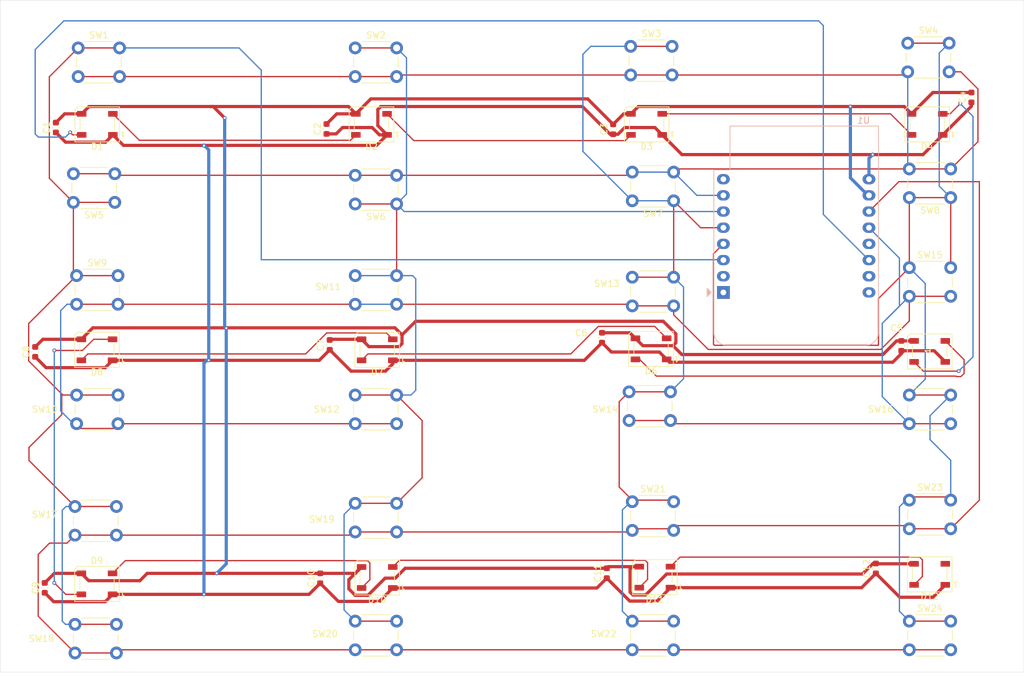
<source format=kicad_pcb>
(kicad_pcb (version 20241229) (generator "pcbnew") (generator_version "9.0")
  (layers (0 "F.Cu" signal) (2 "B.Cu" signal) (13 "F.Paste" user) (15 "B.Paste" user) (5 "F.SilkS" user "F.Silkscreen") (7 "B.SilkS" user "B.Silkscreen") (1 "F.Mask" user) (3 "B.Mask" user) (25 "Edge.Cuts" user))
  (net 0 "")
  (net 1 "VCC")
  (net 2 "Net-(D1-DIN)")
  (net 3 "GND")
  (net 4 "Net-(D3-DOUT)")
  (net 5 "Net-(D4-DOUT)")
  (net 6 "Net-(D5-DOUT)")
  (net 7 "Net-(D7-DOUT)")
  (net 8 "Net-(D10-DOUT)")
  (net 9 "Net-(D10-DIN)")
  (net 10 "Net-(D11-DOUT)")
  (net 14 "/MUL_ROW_2")
  (net 15 "/MUL_ROW_1")
  (net 16 "/MUL_COL_1")
  (net 18 "/MUL_COL_2")
  (net 21 "/MUL_COL_0")
  (net 22 "/MUL_COL_3")
  (net 23 "VDD")
  (net 24 "/MUL_ROW_0")
  (net 25 "Net-(D8-DOUT)")
  (net 26 "Net-(D6-DOUT)")
  (net 27 "Net-(D1-DOUT)")
  (net 28 "Net-(D2-DOUT)")
  (footprint "LED_SMD:LED_WS2812B_PLCC4_5.0x5.0mm_P3.2mm" (layer "F.Cu") (at 148.45 115.15 180)
    (property "Reference" "D10")
    (property "Value" "WS2812B" (hide yes))
  )
  (footprint "LED_SMD:LED_WS2812B_PLCC4_5.0x5.0mm_P3.2mm" (layer "F.Cu") (at 148.45 79.4 180)
    (property "Reference" "D7")
    (property "Value" "WS2812B" (hide yes))
  )
  (footprint "Button_Switch_THT:SW_PUSH_6mm" (layer "F.Cu") (at 232 86.5)
    (property "Reference" "SW16")
    (property "Value" "SW_Push" (hide yes))
  )
  (footprint "Capacitor_SMD:C_0603_1608Metric" (layer "F.Cu") (at 183.75 77.5 90)
    (property "Reference" "C6")
    (property "Value" "104" (hide yes))
  )
  (footprint "LED_SMD:LED_WS2812B_PLCC4_5.0x5.0mm_P3.2mm" (layer "F.Cu") (at 104.5 44 180)
    (property "Reference" "D1")
    (property "Value" "WS2812B" (hide yes))
  )
  (footprint "Capacitor_SMD:C_0603_1608Metric" (layer "F.Cu") (at 230.75 78.775 90)
    (property "Reference" "C5")
    (property "Value" "104" (hide yes))
  )
  (footprint "Button_Switch_THT:SW_PUSH_6mm" (layer "F.Cu") (at 101 104)
    (property "Reference" "SW17")
    (property "Value" "SW_Push" (hide yes))
  )
  (footprint "Capacitor_SMD:C_0603_1608Metric" (layer "F.Cu") (at 241.75 39.775 90)
    (property "Reference" "C4")
    (property "Value" "104")
  )
  (footprint "LED_SMD:LED_WS2812B_PLCC4_5.0x5.0mm_P3.2mm" (layer "F.Cu") (at 104.45 116.15 180)
    (property "Reference" "D9")
    (property "Value" "WS2812B" (hide yes))
  )
  (footprint "Button_Switch_THT:SW_PUSH_6mm" (layer "F.Cu") (at 145 67.75)
    (property "Reference" "SW11")
    (property "Value" "SW_Push" (hide yes))
  )
  (footprint "Button_Switch_THT:SW_PUSH_6mm" (layer "F.Cu") (at 145 86.5)
    (property "Reference" "SW12")
    (property "Value" "SW_Push" (hide yes))
  )
  (footprint "LED_SMD:LED_WS2812B_PLCC4_5.0x5.0mm_P3.2mm" (layer "F.Cu") (at 235.2 114.65 180)
    (property "Reference" "D12")
    (property "Value" "WS2812B" (hide yes))
  )
  (footprint "Button_Switch_THT:SW_PUSH_6mm" (layer "F.Cu") (at 101.25 86.5)
    (property "Reference" "SW10")
    (property "Value" "SW_Push")
  )
  (footprint "LED_SMD:LED_WS2812B_PLCC4_5.0x5.0mm_P3.2mm" (layer "F.Cu") (at 235.2 79.65 180)
    (property "Reference" "D5" (hide yes))
    (property "Value" "WS2812B" (hide yes))
  )
  (footprint "Button_Switch_THT:SW_PUSH_6mm" (layer "F.Cu") (at 188.25 31.75)
    (property "Reference" "SW3")
    (property "Value" "SW_Push" (hide yes))
  )
  (footprint "Button_Switch_THT:SW_PUSH_6mm" (layer "F.Cu") (at 232 66.5)
    (property "Reference" "SW15")
    (property "Value" "SW_Push" (hide yes))
  )
  (footprint "Button_Switch_THT:SW_PUSH_6mm" (layer "F.Cu") (at 145 103.5)
    (property "Reference" "SW19")
    (property "Value" "SW_Push" (hide yes))
  )
  (footprint "Button_Switch_THT:SW_PUSH_6mm" (layer "F.Cu") (at 188.5 68)
    (property "Reference" "SW13")
    (property "Value" "SW_Push")
  )
  (footprint "Capacitor_SMD:C_0603_1608Metric" (layer "F.Cu") (at 94.75 79.725 90)
    (property "Reference" "C8")
    (property "Value" "104")
  )
  (footprint "Capacitor_SMD:C_0603_1608Metric" (layer "F.Cu") (at 185.5 44.775 90)
    (property "Reference" "C3")
    (property "Value" "104")
  )
  (footprint "Capacitor_SMD:C_0603_1608Metric" (layer "F.Cu") (at 98 44.5 90)
    (property "Reference" "C1")
    (property "Value" "104")
  )
  (footprint "Button_Switch_THT:SW_PUSH_6mm" (layer "F.Cu") (at 232 103)
    (property "Reference" "SW23")
    (property "Value" "SW_Push" (hide yes))
  )
  (footprint "Button_Switch_THT:SW_PUSH_6mm" (layer "F.Cu") (at 145 122)
    (property "Reference" "SW20")
    (property "Value" "SW_Push" (hide yes))
  )
  (footprint "Button_Switch_THT:SW_PUSH_6mm" (layer "F.Cu") (at 188.5 122)
    (property "Reference" "SW22")
    (property "Value" "SW_Push" (hide yes))
  )
  (footprint "Capacitor_SMD:C_0603_1608Metric" (layer "F.Cu") (at 141 78.625 90)
    (property "Reference" "C7")
    (property "Value" "104")
  )
  (footprint "Button_Switch_THT:SW_PUSH_6mm" (layer "F.Cu") (at 188 86)
    (property "Reference" "SW14")
    (property "Value" "SW_Push")
  )
  (footprint "Button_Switch_THT:SW_PUSH_6mm" (layer "F.Cu") (at 231.75 31.25)
    (property "Reference" "SW4")
    (property "Value" "SW_Push" (hide yes))
  )
  (footprint "Capacitor_SMD:C_0603_1608Metric" (layer "F.Cu") (at 226.75 113.725 90)
    (property "Reference" "C12")
    (property "Value" "104")
  )
  (footprint "Button_Switch_THT:SW_PUSH_6mm" (layer "F.Cu") (at 101.25 67.75)
    (property "Reference" "SW9")
    (property "Value" "SW_Push" (hide yes))
  )
  (footprint "Button_Switch_THT:SW_PUSH_6mm" (layer "F.Cu") (at 107.25 56.25 180)
    (property "Reference" "SW5")
    (property "Value" "SW_Push" (hide yes))
  )
  (footprint "Capacitor_SMD:C_0603_1608Metric" (layer "F.Cu") (at 139.5 115.275 90)
    (property "Reference" "C10")
    (property "Value" "104")
  )
  (footprint "LED_SMD:LED_WS2812B_PLCC4_5.0x5.0mm_P3.2mm" (layer "F.Cu") (at 234.8 44 180)
    (property "Reference" "D4")
    (property "Value" "WS2812B" (hide yes))
  )
  (footprint "LED_SMD:LED_WS2812B_PLCC4_5.0x5.0mm_P3.2mm" (layer "F.Cu") (at 192.05 115.1 180)
    (property "Reference" "D11")
    (property "Value" "WS2812B" (hide yes))
  )
  (footprint "Button_Switch_THT:SW_PUSH_6mm" (layer "F.Cu") (at 145 32)
    (property "Reference" "SW2")
    (property "Value" "SW_Push" (hide yes))
  )
  (footprint "Capacitor_SMD:C_0603_1608Metric" (layer "F.Cu") (at 96.25 116.775 90)
    (property "Reference" "C9")
    (property "Value" "104")
  )
  (footprint "Button_Switch_THT:SW_PUSH_6mm" (layer "F.Cu") (at 232 122)
    (property "Reference" "SW24")
    (property "Value" "SW_Push" (hide yes))
  )
  (footprint "Button_Switch_THT:SW_PUSH_6mm" (layer "F.Cu") (at 238.5 55.5 180)
    (property "Reference" "SW8")
    (property "Value" "SW_Push" (hide yes))
  )
  (footprint "Capacitor_SMD:C_0603_1608Metric" (layer "F.Cu") (at 184.5 114.475 90)
    (property "Reference" "C11")
    (property "Value" "104")
  )
  (footprint "LED_SMD:LED_WS2812B_PLCC4_5.0x5.0mm_P3.2mm" (layer "F.Cu") (at 104.45 79.4 180)
    (property "Reference" "D8")
    (property "Value" "WS2812B" (hide yes))
  )
  (footprint "Button_Switch_THT:SW_PUSH_6mm" (layer "F.Cu") (at 151.5 56.5 180)
    (property "Reference" "SW6")
    (property "Value" "SW_Push" (hide yes))
  )
  (footprint "Button_Switch_THT:SW_PUSH_6mm" (layer "F.Cu") (at 188.5 103.25)
    (property "Reference" "SW21")
    (property "Value" "SW_Push" (hide yes))
  )
  (footprint "Capacitor_SMD:C_0603_1608Metric" (layer "F.Cu") (at 140.5 44.725 90)
    (property "Reference" "C2")
    (property "Value" "104")
  )
  (footprint "LED_SMD:LED_WS2812B_PLCC4_5.0x5.0mm_P3.2mm" (layer "F.Cu") (at 190.75 44 180)
    (property "Reference" "D3")
    (property "Value" "WS2812B" (hide yes))
  )
  (footprint "Button_Switch_THT:SW_PUSH_6mm" (layer "F.Cu") (at 195 56 180)
    (property "Reference" "SW7")
    (property "Value" "SW_Push" (hide yes))
  )
  (footprint "LED_SMD:LED_WS2812B_PLCC4_5.0x5.0mm_P3.2mm" (layer "F.Cu") (at 191.45 79.25 180)
    (property "Reference" "D6")
    (property "Value" "WS2812B")
  )
  (footprint "Button_Switch_THT:SW_PUSH_6mm" (layer "F.Cu") (at 101 122.5)
    (property "Reference" "SW18")
    (property "Value" "SW_Push" (hide yes))
  )
  (footprint "Button_Switch_THT:SW_PUSH_6mm" (layer "F.Cu") (at 101.5 32)
    (property "Reference" "SW1")
    (property "Value" "SW_Push" (hide yes))
  )
  (footprint "LED_SMD:LED_WS2812B_PLCC4_5.0x5.0mm_P3.2mm" (layer "F.Cu") (at 147.55 44 180)
    (property "Reference" "D2")
    (property "Value" "WS2812B" (hide yes))
  )
  (footprint "RF_Module:WEMOS_D1_mini_light" (layer "B.Cu") (at 202.805 70.39)
    (property "Reference" "U1")
    (property "Value" "WEMOS_D1_mini")
  )
  (gr_rect (start 89.25 24.5) (end 250 130) (stroke (width 0.05)) (fill no) (layer "Edge.Cuts"))
  (segment (start 108.602 47.302) (end 148.348 47.302) (width 0.5) (layer "F.Cu") (net 1))
  (segment (start 180.975 81.05) (end 150.9 81.05) (width 0.5) (layer "F.Cu") (net 1))
  (segment (start 235.9 79.55) (end 237.65 81.3) (width 0.5) (layer "F.Cu") (net 1))
  (segment (start 193.2 45.65) (end 192.049 44.499) (width 0.5) (layer "F.Cu") (net 1))
  (segment (start 150 45.65) (end 148.549 44.199) (width 0.5) (layer "F.Cu") (net 1))
  (segment (start 229.400001 81.349999) (end 194.349999 81.349999) (width 0.5) (layer "F.Cu") (net 1))
  (segment (start 180.674 41.199) (end 185.025 45.55) (width 0.5) (layer "F.Cu") (net 1))
  (segment (start 185.025 45.55) (end 185.5 45.55) (width 0.5) (layer "F.Cu") (net 1))
  (segment (start 150.9 81.6) (end 150.9 81.05) (width 0.5) (layer "F.Cu") (net 1))
  (segment (start 192.398 118.852) (end 188.102 118.852) (width 0.5) (layer "F.Cu") (net 1))
  (segment (start 149.75 82.75) (end 150.9 81.6) (width 0.5) (layer "F.Cu") (net 1))
  (segment (start 229.400001 81.349999) (end 230.75 80) (width 0.5) (layer "F.Cu") (net 1))
  (segment (start 147.654082 44.499) (end 148.805082 45.65) (width 0.5) (layer "F.Cu") (net 1))
  (segment (start 106.9 81.05) (end 105.749 82.201) (width 0.5) (layer "F.Cu") (net 1))
  (segment (start 139.35 81.05) (end 141 79.4) (width 0.5) (layer "F.Cu") (net 1))
  (segment (start 106.9 81.05) (end 122 81.05) (width 0.5) (layer "F.Cu") (net 1))
  (segment (start 97.651 118.951) (end 105.749 118.951) (width 0.5) (layer "F.Cu") (net 1))
  (segment (start 150.9 116.8) (end 182.95 116.8) (width 0.5) (layer "F.Cu") (net 1))
  (segment (start 226.25 48.75) (end 196.3 48.75) (width 0.5) (layer "F.Cu") (net 1))
  (segment (start 185.224 79.749) (end 183.75 78.275) (width 0.5) (layer "F.Cu") (net 1))
  (segment (start 142.352 118.902) (end 139.5 116.05) (width 0.5) (layer "F.Cu") (net 1))
  (segment (start 194.5 116.75) (end 192.398 118.852) (width 0.5) (layer "F.Cu") (net 1))
  (segment (start 139.5 116.05) (end 137.75 117.8) (width 0.5) (layer "F.Cu") (net 1))
  (segment (start 234.15 48.75) (end 226.25 48.75) (width 0.5) (layer "F.Cu") (net 1))
  (segment (start 105.799 46.801) (end 99.526 46.801) (width 0.5) (layer "F.Cu") (net 1))
  (segment (start 188.102 118.852) (end 184.5 115.25) (width 0.5) (layer "F.Cu") (net 1))
  (segment (start 122 81.05) (end 139.35 81.05) (width 0.5) (layer "F.Cu") (net 1))
  (segment (start 230.75 80) (end 230.75 79.55) (width 0.5) (layer "F.Cu") (net 1))
  (segment (start 192.749 79.749) (end 185.224 79.749) (width 0.5) (layer "F.Cu") (net 1))
  (segment (start 230.5 118.25) (end 226.75 114.5) (width 0.5) (layer "F.Cu") (net 1))
  (segment (start 194.5 116.75) (end 224.5 116.75) (width 0.5) (layer "F.Cu") (net 1))
  (segment (start 196.3 48.75) (end 193.2 45.65) (width 0.5) (layer "F.Cu") (net 1))
  (segment (start 137.75 117.8) (end 121.25 117.8) (width 0.5) (layer "F.Cu") (net 1))
  (segment (start 235.7 118.25) (end 230.5 118.25) (width 0.5) (layer "F.Cu") (net 1))
  (segment (start 230.75 79.55) (end 235.9 79.55) (width 0.5) (layer "F.Cu") (net 1))
  (segment (start 182.95 116.8) (end 184.5 115.25) (width 0.5) (layer "F.Cu") (net 1))
  (segment (start 106.9 117.8) (end 121.25 117.8) (width 0.5) (layer "F.Cu") (net 1))
  (segment (start 186.258864 45.55) (end 185.5 45.55) (width 0.5) (layer "F.Cu") (net 1))
  (segment (start 150.9 116.8) (end 148.798 118.902) (width 0.5) (layer "F.Cu") (net 1))
  (segment (start 237.65 116.3) (end 235.7 118.25) (width 0.5) (layer "F.Cu") (net 1))
  (segment (start 194.349999 81.349999) (end 193.9 80.9) (width 0.5) (layer "F.Cu") (net 1))
  (segment (start 148.798 118.902) (end 142.352 118.902) (width 0.5) (layer "F.Cu") (net 1))
  (segment (start 106.95 45.65) (end 108.602 47.302) (width 0.5) (layer "F.Cu") (net 1))
  (segment (start 224.5 116.75) (end 226.75 114.5) (width 0.5) (layer "F.Cu") (net 1))
  (segment (start 106.95 45.65) (end 105.799 46.801) (width 0.5) (layer "F.Cu") (net 1))
  (segment (start 148.805082 45.65) (end 150 45.65) (width 0.5) (layer "F.Cu") (net 1))
  (segment (start 148.549 41.659864) (end 149.009864 41.199) (width 0.5) (layer "F.Cu") (net 1))
  (segment (start 193.9 80.9) (end 192.749 79.749) (width 0.5) (layer "F.Cu") (net 1))
  (segment (start 241.75 41.15) (end 237.25 45.65) (width 0.5) (layer "F.Cu") (net 1))
  (segment (start 187.309864 44.499) (end 186.258864 45.55) (width 0.5) (layer "F.Cu") (net 1))
  (segment (start 96.25 117.55) (end 97.651 118.951) (width 0.5) (layer "F.Cu") (net 1))
  (segment (start 105.749 82.201) (end 96.451 82.201) (width 0.5) (layer "F.Cu") (net 1))
  (segment (start 142 45.5) (end 143.001 44.499) (width 0.5) (layer "F.Cu") (net 1))
  (segment (start 149.009864 41.199) (end 180.674 41.199) (width 0.5) (layer "F.Cu") (net 1))
  (segment (start 148.348 47.302) (end 150 45.65) (width 0.5) (layer "F.Cu") (net 1))
  (segment (start 144.35 82.75) (end 149.75 82.75) (width 0.5) (layer "F.Cu") (net 1))
  (segment (start 105.749 118.951) (end 106.9 117.8) (width 0.5) (layer "F.Cu") (net 1))
  (segment (start 237.25 45.65) (end 234.15 48.75) (width 0.5) (layer "F.Cu") (net 1))
  (segment (start 241.75 40.55) (end 241.75 41.15) (width 0.5) (layer "F.Cu") (net 1))
  (segment (start 143.001 44.499) (end 147.654082 44.499) (width 0.5) (layer "F.Cu") (net 1))
  (segment (start 96.451 82.201) (end 94.75 80.5) (width 0.5) (layer "F.Cu") (net 1))
  (segment (start 183.75 78.275) (end 180.975 81.05) (width 0.5) (layer "F.Cu") (net 1))
  (segment (start 148.549 44.199) (end 148.549 41.659864) (width 0.5) (layer "F.Cu") (net 1))
  (segment (start 140.5 45.5) (end 142 45.5) (width 0.5) (layer "F.Cu") (net 1))
  (segment (start 99.526 46.801) (end 98 45.275) (width 0.5) (layer "F.Cu") (net 1))
  (segment (start 192.049 44.499) (end 187.309864 44.499) (width 0.5) (layer "F.Cu") (net 1))
  (segment (start 141 79.4) (end 144.35 82.75) (width 0.5) (layer "F.Cu") (net 1))
  (via (at 121.25 47.351) (size 0.6) (drill 0.3) (layers "F.Cu" "B.Cu") (net 1))
  (via (at 121.25 117.8) (size 0.6) (drill 0.3) (layers "F.Cu" "B.Cu") (net 1))
  (via (at 122 81.05) (size 0.6) (drill 0.3) (layers "F.Cu" "B.Cu") (net 1))
  (via (at 226.25 48.75) (size 0.6) (drill 0.3) (layers "F.Cu" "B.Cu") (net 1))
  (segment (start 121.25 81.5) (end 121.7 81.05) (width 0.5) (layer "B.Cu") (net 1))
  (segment (start 121.25 117.8) (end 121.25 81.5) (width 0.5) (layer "B.Cu") (net 1))
  (segment (start 122 81.05) (end 122 48) (width 0.5) (layer "B.Cu") (net 1))
  (segment (start 225.665 49.335) (end 226.25 48.75) (width 0.5) (layer "B.Cu") (net 1))
  (segment (start 225.665 52.61) (end 225.665 49.335) (width 0.5) (layer "B.Cu") (net 1))
  (segment (start 121.25 47.25) (end 121.25 47.351) (width 0.5) (layer "B.Cu") (net 1))
  (segment (start 122 48) (end 121.25 47.25) (width 0.5) (layer "B.Cu") (net 1))
  (segment (start 121.7 81.05) (end 122 81.05) (width 0.5) (layer "B.Cu") (net 1))
  (segment (start 102.05 45.65) (end 100.65 45.65) (width 0.2) (layer "F.Cu") (net 2))
  (segment (start 100.65 45.65) (end 100.25 45.25) (width 0.2) (layer "F.Cu") (net 2))
  (via (at 100.25 45.25) (size 0.6) (drill 0.3) (layers "F.Cu" "B.Cu") (net 2))
  (segment (start 218.5 28.5) (end 217.75 27.75) (width 0.2) (layer "B.Cu") (net 2))
  (segment (start 94.75 45.5) (end 95.25 46) (width 0.2) (layer "B.Cu") (net 2))
  (segment (start 95.25 46) (end 99.5 46) (width 0.2) (layer "B.Cu") (net 2))
  (segment (start 99.5 46) (end 100.25 45.25) (width 0.2) (layer "B.Cu") (net 2))
  (segment (start 225.665 65.31) (end 218.5 58.145) (width 0.2) (layer "B.Cu") (net 2))
  (segment (start 94.75 32.25) (end 94.75 45.5) (width 0.2) (layer "B.Cu") (net 2))
  (segment (start 99.25 27.75) (end 94.75 32.25) (width 0.2) (layer "B.Cu") (net 2))
  (segment (start 218.5 58.145) (end 218.5 28.5) (width 0.2) (layer "B.Cu") (net 2))
  (segment (start 217.75 27.75) (end 99.25 27.75) (width 0.2) (layer "B.Cu") (net 2))
  (segment (start 97.75 114.5) (end 96.25 116) (width 0.5) (layer "F.Cu") (net 3))
  (segment (start 181.5 40) (end 147.45 40) (width 0.5) (layer "F.Cu") (net 3))
  (segment (start 227.859 80.141) (end 196.280136 80.141) (width 0.5) (layer "F.Cu") (net 3))
  (segment (start 188.609864 117.901) (end 188.149 117.440136) (width 0.5) (layer "F.Cu") (net 3))
  (segment (start 235.7 39) (end 241.75 39) (width 0.5) (layer "F.Cu") (net 3))
  (segment (start 230 78) (end 227.859 80.141) (width 0.5) (layer "F.Cu") (net 3))
  (segment (start 232.75 78) (end 230.75 78) (width 0.5) (layer "F.Cu") (net 3))
  (segment (start 145.1 42.35) (end 142.1 42.35) (width 0.5) (layer "F.Cu") (net 3))
  (segment (start 139.5 114.5) (end 140 114.5) (width 0.5) (layer "F.Cu") (net 3))
  (segment (start 232.35 42.35) (end 231.199 41.199) (width 0.5) (layer "F.Cu") (net 3))
  (segment (start 190.590136 117.901) (end 188.609864 117.901) (width 0.5) (layer "F.Cu") (net 3))
  (segment (start 146.990136 117.951) (end 145.009864 117.951) (width 0.5) (layer "F.Cu") (net 3))
  (segment (start 231.199 41.199) (end 222.75 41.199) (width 0.5) (layer "F.Cu") (net 3))
  (segment (start 193.364136 74.923) (end 154.487864 74.923) (width 0.5) (layer "F.Cu") (net 3))
  (segment (start 189 77.6) (end 190.151 78.751) (width 0.5) (layer "F.Cu") (net 3))
  (segment (start 185.5 44) (end 181.5 40) (width 0.5) (layer "F.Cu") (net 3))
  (segment (start 195.351 78.290136) (end 195.351 76.909864) (width 0.5) (layer "F.Cu") (net 3))
  (segment (start 184.5 113.7) (end 152.841136 113.7) (width 0.5) (layer "F.Cu") (net 3))
  (segment (start 188.125 76.725) (end 183.75 76.725) (width 0.5) (layer "F.Cu") (net 3))
  (segment (start 103.802 75.948) (end 151.239136 75.948) (width 0.5) (layer "F.Cu") (net 3))
  (segment (start 189.6 113.45) (end 188.5 113.45) (width 0.5) (layer "F.Cu") (net 3))
  (segment (start 232.75 113) (end 226.8 113) (width 0.5) (layer "F.Cu") (net 3))
  (segment (start 154.487864 74.923) (end 152.351 77.059864) (width 0.5) (layer "F.Cu") (net 3))
  (segment (start 103.201 41.199) (end 122.25 41.199) (width 0.5) (layer "F.Cu") (net 3))
  (segment (start 226.8 113) (end 226.75 112.95) (width 0.5) (layer "F.Cu") (net 3))
  (segment (start 140 114.5) (end 123.25 114.5) (width 0.5) (layer "F.Cu") (net 3))
  (segment (start 143.949 41.199) (end 145.1 42.35) (width 0.5) (layer "F.Cu") (net 3))
  (segment (start 111.190136 115.651) (end 103.151 115.651) (width 0.5) (layer "F.Cu") (net 3))
  (segment (start 145.009864 117.951) (end 144 116.941136) (width 0.5) (layer "F.Cu") (net 3))
  (segment (start 188.149 113.801) (end 188.5 113.45) (width 0.5) (layer "F.Cu") (net 3))
  (segment (start 99.375 42.35) (end 98 43.725) (width 0.5) (layer "F.Cu") (net 3))
  (segment (start 102.05 42.35) (end 103.201 41.199) (width 0.5) (layer "F.Cu") (net 3))
  (segment (start 189 77.6) (end 188.125 76.725) (width 0.5) (layer "F.Cu") (net 3))
  (segment (start 230.75 78) (end 230 78) (width 0.5) (layer "F.Cu") (net 3))
  (segment (start 232.35 42.35) (end 235.7 39) (width 0.5) (layer "F.Cu") (net 3))
  (segment (start 151.291136 115.25) (end 149.691136 115.25) (width 0.5) (layer "F.Cu") (net 3))
  (segment (start 190.151 78.751) (end 194.890136 78.751) (width 0.5) (layer "F.Cu") (net 3))
  (segment (start 122.25 41.199) (end 143.949 41.199) (width 0.5) (layer "F.Cu") (net 3))
  (segment (start 112.341136 114.5) (end 111.190136 115.651) (width 0.5) (layer "F.Cu") (net 3))
  (segment (start 122.699 41.199) (end 124.5 43) (width 0.5) (layer "F.Cu") (net 3))
  (segment (start 194.890136 78.751) (end 195.351 78.290136) (width 0.5) (layer "F.Cu") (net 3))
  (segment (start 189.451 41.199) (end 188.3 42.35) (width 0.5) (layer "F.Cu") (net 3))
  (segment (start 102.05 42.35) (end 99.375 42.35) (width 0.5) (layer "F.Cu") (net 3))
  (segment (start 140 114.5) (end 145 114.5) (width 0.5) (layer "F.Cu") (net 3))
  (segment (start 152.351 78.440136) (end 151.890136 78.901) (width 0.5) (layer "F.Cu") (net 3))
  (segment (start 122.25 41.199) (end 122.699 41.199) (width 0.5) (layer "F.Cu") (net 3))
  (segment (start 144 116.941136) (end 144 115.5) (width 0.5) (layer "F.Cu") (net 3))
  (segment (start 146 77.75) (end 141.1 77.75) (width 0.5) (layer "F.Cu") (net 3))
  (segment (start 147.151 78.901) (end 146 77.75) (width 0.5) (layer "F.Cu") (net 3))
  (segment (start 187.15 42.35) (end 185.5 44) (width 0.5) (layer "F.Cu") (net 3))
  (segment (start 188.3 42.35) (end 187.15 42.35) (width 0.5) (layer "F.Cu") (net 3))
  (segment (start 195.351 76.909864) (end 193.364136 74.923) (width 0.5) (layer "F.Cu") (net 3))
  (segment (start 142.1 42.35) (end 140.5 43.95) (width 0.5) (layer "F.Cu") (net 3))
  (segment (start 196.280136 80.141) (end 194.890136 78.751) (width 0.5) (layer "F.Cu") (net 3))
  (segment (start 188.5 113.45) (end 184.75 113.45) (width 0.5) (layer "F.Cu") (net 3))
  (segment (start 123.25 114.5) (end 112.341136 114.5) (width 0.5) (layer "F.Cu") (net 3))
  (segment (start 184.75 113.45) (end 184.5 113.7) (width 0.5) (layer "F.Cu") (net 3))
  (segment (start 224.649 114.601) (end 193.890136 114.601) (width 0.5) (layer "F.Cu") (net 3))
  (segment (start 222.75 41.199) (end 189.451 41.199) (width 0.5) (layer "F.Cu") (net 3))
  (segment (start 95.95 77.75) (end 94.75 78.95) (width 0.5) (layer "F.Cu") (net 3))
  (segment (start 102 114.5) (end 97.75 114.5) (width 0.5) (layer "F.Cu") (net 3))
  (segment (start 188.149 117.440136) (end 188.149 113.801) (width 0.5) (layer "F.Cu") (net 3))
  (segment (start 102 77.75) (end 95.95 77.75) (width 0.5) (layer "F.Cu") (net 3))
  (segment (start 141.1 77.75) (end 141 77.85) (width 0.5) (layer "F.Cu") (net 3))
  (segment (start 226.3 112.95) (end 224.649 114.601) (width 0.5) (layer "F.Cu") (net 3))
  (segment (start 226.75 112.95) (end 226.3 112.95) (width 0.5) (layer "F.Cu") (net 3))
  (segment (start 144 115.5) (end 146 113.5) (width 0.5) (layer "F.Cu") (net 3))
  (segment (start 149.691136 115.25) (end 146.990136 117.951) (width 0.5) (layer "F.Cu") (net 3))
  (segment (start 151.890136 78.901) (end 147.151 78.901) (width 0.5) (layer "F.Cu") (net 3))
  (segment (start 151.239136 75.948) (end 152.351 77.059864) (width 0.5) (layer "F.Cu") (net 3))
  (segment (start 103.151 115.651) (end 102 114.5) (width 0.5) (layer "F.Cu") (net 3))
  (segment (start 152.351 77.059864) (end 152.351 78.440136) (width 0.5) (layer "F.Cu") (net 3))
  (segment (start 147.45 40) (end 145.1 42.35) (width 0.5) (layer "F.Cu") (net 3))
  (segment (start 193.890136 114.601) (end 190.590136 117.901) (width 0.5) (layer "F.Cu") (net 3))
  (segment (start 145 114.5) (end 146 113.5) (width 0.5) (layer "F.Cu") (net 3))
  (segment (start 102 77.75) (end 103.802 75.948) (width 0.5) (layer "F.Cu") (net 3))
  (segment (start 152.841136 113.7) (end 151.291136 115.25) (width 0.5) (layer "F.Cu") (net 3))
  (via (at 124.5 43) (size 0.6) (drill 0.3) (layers "F.Cu" "B.Cu") (net 3))
  (via (at 222.75 41.199) (size 0.6) (drill 0.3) (layers "F.Cu" "B.Cu") (net 3))
  (via (at 123.25 114.5) (size 0.6) (drill 0.3) (layers "F.Cu" "B.Cu") (net 3))
  (via (at 124.75 76) (size 0.6) (drill 0.3) (layers "F.Cu" "B.Cu") (net 3))
  (segment (start 124.75 113) (end 124.75 76) (width 0.5) (layer "B.Cu") (net 3))
  (segment (start 124.5 43) (end 124.5 75.75) (width 0.5) (layer "B.Cu") (net 3))
  (segment (start 225.5 55.15) (end 222.75 52.4) (width 0.5) (layer "B.Cu") (net 3))
  (segment (start 225.665 55.15) (end 225.5 55.15) (width 0.5) (layer "B.Cu") (net 3))
  (segment (start 222.75 52.4) (end 222.75 41.25) (width 0.5) (layer "B.Cu") (net 3))
  (segment (start 124.5 75.75) (end 124.75 76) (width 0.5) (layer "B.Cu") (net 3))
  (segment (start 123.25 114.5) (end 124.75 113) (width 0.5) (layer "B.Cu") (net 3))
  (segment (start 229.05 42.35) (end 232.35 45.65) (width 0.2) (layer "F.Cu") (net 4))
  (segment (start 193.2 42.35) (end 229.05 42.35) (width 0.2) (layer "F.Cu") (net 4))
  (segment (start 232.75 81.3) (end 234.2 82.75) (width 0.2) (layer "F.Cu") (net 5))
  (segment (start 238.4 42.35) (end 240 40.75) (width 0.2) (layer "F.Cu") (net 5))
  (segment (start 237.25 42.35) (end 238.4 42.35) (width 0.2) (layer "F.Cu") (net 5))
  (segment (start 234.2 82.75) (end 239.75 82.75) (width 0.2) (layer "F.Cu") (net 5))
  (segment (start 239.75 82.75) (end 239.5 82.75) (width 0.2) (layer "F.Cu") (net 5))
  (via (at 240 40.75) (size 0.6) (drill 0.3) (layers "F.Cu" "B.Cu") (net 5))
  (via (at 239.75 82.75) (size 0.6) (drill 0.3) (layers "F.Cu" "B.Cu") (net 5))
  (segment (start 240 40.75) (end 242 42.75) (width 0.2) (layer "B.Cu") (net 5))
  (segment (start 239.75 82.75) (end 242 80.5) (width 0.2) (layer "B.Cu") (net 5))
  (segment (start 242 80.5) (end 242 42.75) (width 0.2) (layer "B.Cu") (net 5))
  (segment (start 239.323918 83.526) (end 192.277 83.526) (width 0.2) (layer "F.Cu") (net 6))
  (segment (start 192.277 83.526) (end 189.651 80.9) (width 0.2) (layer "F.Cu") (net 6))
  (segment (start 237.65 78) (end 240.6 80.95) (width 0.2) (layer "F.Cu") (net 6))
  (segment (start 240.102082 83.6) (end 239.397918 83.6) (width 0.2) (layer "F.Cu") (net 6))
  (segment (start 240.6 80.95) (end 240.6 83.102082) (width 0.2) (layer "F.Cu") (net 6))
  (segment (start 239.397918 83.6) (end 239.323918 83.526) (width 0.2) (layer "F.Cu") (net 6))
  (segment (start 240.6 83.102082) (end 240.102082 83.6) (width 0.2) (layer "F.Cu") (net 6))
  (segment (start 137.222336 80.049) (end 140.522336 76.749) (width 0.2) (layer "F.Cu") (net 7))
  (segment (start 149.899 76.749) (end 150.9 77.75) (width 0.2) (layer "F.Cu") (net 7))
  (segment (start 103.001 80.049) (end 137.222336 80.049) (width 0.2) (layer "F.Cu") (net 7))
  (segment (start 102 81.05) (end 103.001 80.049) (width 0.2) (layer "F.Cu") (net 7))
  (segment (start 140.522336 76.749) (end 149.899 76.749) (width 0.2) (layer "F.Cu") (net 7))
  (segment (start 190.901 115.449) (end 189.6 116.75) (width 0.2) (layer "F.Cu") (net 8))
  (segment (start 190.901 112.821996) (end 190.901 115.449) (width 0.2) (layer "F.Cu") (net 8))
  (segment (start 150.9 113.5) (end 151.951 112.449) (width 0.2) (layer "F.Cu") (net 8))
  (segment (start 151.951 112.449) (end 190.528004 112.449) (width 0.2) (layer "F.Cu") (net 8))
  (segment (start 190.528004 112.449) (end 190.901 112.821996) (width 0.2) (layer "F.Cu") (net 8))
  (segment (start 146.928004 112.499) (end 147.301 112.871996) (width 0.2) (layer "F.Cu") (net 9))
  (segment (start 108.901 112.499) (end 146.928004 112.499) (width 0.2) (layer "F.Cu") (net 9))
  (segment (start 147.301 115.499) (end 146 116.8) (width 0.2) (layer "F.Cu") (net 9))
  (segment (start 106.9 114.5) (end 108.901 112.499) (width 0.2) (layer "F.Cu") (net 9))
  (segment (start 147.301 112.871996) (end 147.301 115.499) (width 0.2) (layer "F.Cu") (net 9))
  (segment (start 196.001 111.949) (end 233.628004 111.949) (width 0.2) (layer "F.Cu") (net 10))
  (segment (start 234.051 114.999) (end 232.75 116.3) (width 0.2) (layer "F.Cu") (net 10))
  (segment (start 233.628004 111.949) (end 234.051 112.371996) (width 0.2) (layer "F.Cu") (net 10))
  (segment (start 194.5 113.45) (end 196.001 111.949) (width 0.2) (layer "F.Cu") (net 10))
  (segment (start 234.051 112.371996) (end 234.051 114.999) (width 0.2) (layer "F.Cu") (net 10))
  (segment (start 101 108.5) (end 99.75 109.75) (width 0.2) (layer "F.Cu") (net 14))
  (segment (start 225.665 57.69) (end 225.69 57.69) (width 0.2) (layer "F.Cu") (net 14))
  (segment (start 95.224 121.224) (end 95.224 111.526) (width 0.2) (layer "F.Cu") (net 14))
  (segment (start 232 126.5) (end 238.5 126.5) (width 0.2) (layer "F.Cu") (net 14))
  (segment (start 107.5 108.5) (end 144.5 108.5) (width 0.2) (layer "F.Cu") (net 14))
  (segment (start 151.5 126.5) (end 150.25 126.5) (width 0.2) (layer "F.Cu") (net 14))
  (segment (start 188 108) (end 188.5 107.5) (width 0.2) (layer "F.Cu") (net 14))
  (segment (start 232 107.5) (end 238.5 107.5) (width 0.2) (layer "F.Cu") (net 14))
  (segment (start 95.224 111.526) (end 97 109.75) (width 0.2) (layer "F.Cu") (net 14))
  (segment (start 232 107) (end 195.5 107) (width 0.2) (layer "F.Cu") (net 14))
  (segment (start 150.25 126.5) (end 145 126.5) (width 0.2) (layer "F.Cu") (net 14))
  (segment (start 232 126.5) (end 195 126.5) (width 0.2) (layer "F.Cu") (net 14))
  (segment (start 99.75 109.75) (end 97 109.75) (width 0.2) (layer "F.Cu") (net 14))
  (segment (start 225.665 57.69) (end 230.355 53) (width 0.2) (layer "F.Cu") (net 14))
  (segment (start 188.5 126.5) (end 195 126.5) (width 0.2) (layer "F.Cu") (net 14))
  (segment (start 188.5 126.5) (end 150.25 126.5) (width 0.2) (layer "F.Cu") (net 14))
  (segment (start 188.5 107.5) (end 195 107.5) (width 0.2) (layer "F.Cu") (net 14))
  (segment (start 107.5 127) (end 101.651 127) (width 0.2) (layer "F.Cu") (net 14))
  (segment (start 101 108.5) (end 107.5 108.5) (width 0.2) (layer "F.Cu") (net 14))
  (segment (start 108 126.5) (end 107.5 127) (width 0.2) (layer "F.Cu") (net 14))
  (segment (start 101 127) (end 95.224 121.224) (width 0.2) (layer "F.Cu") (net 14))
  (segment (start 145 108) (end 151.5 108) (width 0.2) (layer "F.Cu") (net 14))
  (segment (start 195.5 107) (end 195 107.5) (width 0.2) (layer "F.Cu") (net 14))
  (segment (start 225.69 57.69) (end 225.75 57.75) (width 0.2) (layer "F.Cu") (net 14))
  (segment (start 152 107.5) (end 151.5 108) (width 0.2) (layer "F.Cu") (net 14))
  (segment (start 144.5 108.5) (end 145 108) (width 0.2) (layer "F.Cu") (net 14))
  (segment (start 151.5 108) (end 188 108) (width 0.2) (layer "F.Cu") (net 14))
  (segment (start 243 103) (end 238.5 107.5) (width 0.2) (layer "F.Cu") (net 14))
  (segment (start 145 126.5) (end 108 126.5) (width 0.2) (layer "F.Cu") (net 14))
  (segment (start 243 53) (end 243 103) (width 0.2) (layer "F.Cu") (net 14))
  (segment (start 230.355 53) (end 243 53) (width 0.2) (layer "F.Cu") (net 14))
  (segment (start 188.5 72.5) (end 195 72.5) (width 0.2) (layer "F.Cu") (net 15))
  (segment (start 195 72.5) (end 195 73.914213) (width 0.2) (layer "F.Cu") (net 15))
  (segment (start 151.5 72.25) (end 188.25 72.25) (width 0.2) (layer "F.Cu") (net 15))
  (segment (start 145 91) (end 108.5 91) (width 0.2) (layer "F.Cu") (net 15))
  (segment (start 107.75 72.25) (end 145 72.25) (width 0.2) (layer "F.Cu") (net 15))
  (segment (start 238.5 91) (end 232 91) (width 0.2) (layer "F.Cu") (net 15))
  (segment (start 195 73.914213) (end 200.426787 79.341) (width 0.2) (layer "F.Cu") (net 15))
  (segment (start 145 91) (end 151.5 91) (width 0.2) (layer "F.Cu") (net 15))
  (segment (start 101.25 91.75) (end 107.75 91.75) (width 0.2) (layer "F.Cu") (net 15))
  (segment (start 195 91) (end 194.5 90.5) (width 0.2) (layer "F.Cu") (net 15))
  (segment (start 232 91) (end 195 91) (width 0.2) (layer "F.Cu") (net 15))
  (segment (start 232 74.86863) (end 232 71) (width 0.2) (layer "F.Cu") (net 15))
  (segment (start 194.5 90.5) (end 188 90.5) (width 0.2) (layer "F.Cu") (net 15))
  (segment (start 227.52763 79.341) (end 232 74.86863) (width 0.2) (layer "F.Cu") (net 15))
  (segment (start 200.426787 79.341) (end 227.52763 79.341) (width 0.2) (layer "F.Cu") (net 15))
  (segment (start 238.5 71) (end 232 71) (width 0.2) (layer "F.Cu") (net 15))
  (segment (start 108.5 91) (end 107.75 91.75) (width 0.2) (layer "F.Cu") (net 15))
  (segment (start 188.25 72.25) (end 188.5 72.5) (width 0.2) (layer "F.Cu") (net 15))
  (segment (start 107.75 72.25) (end 101.25 72.25) (width 0.2) (layer "F.Cu") (net 15))
  (segment (start 225.665 60.23) (end 230.449 65.014) (width 0.2) (layer "B.Cu") (net 15))
  (segment (start 230.449 72.551) (end 228.375 74.625) (width 0.2) (layer "B.Cu") (net 15))
  (segment (start 145 72.25) (end 151.5 72.25) (width 0.2) (layer "B.Cu") (net 15))
  (segment (start 232 91) (end 227.75 86.75) (width 0.2) (layer "B.Cu") (net 15))
  (segment (start 100.75 91) (end 98.75 89) (width 0.2) (layer "B.Cu") (net 15))
  (segment (start 101.25 91) (end 100.75 91) (width 0.2) (layer "B.Cu") (net 15))
  (segment (start 227.75 86.75) (end 227.75 75.25) (width 0.2) (layer "B.Cu") (net 15))
  (segment (start 228.375 74.625) (end 232 71) (width 0.2) (layer "B.Cu") (net 15))
  (segment (start 98.75 89) (end 98.75 73.25) (width 0.2) (layer "B.Cu") (net 15))
  (segment (start 230.449 65.014) (end 230.449 72.551) (width 0.2) (layer "B.Cu") (net 15))
  (segment (start 227.75 75.25) (end 228.375 74.625) (width 0.2) (layer "B.Cu") (net 15))
  (segment (start 98.75 73.25) (end 99.75 72.25) (width 0.2) (layer "B.Cu") (net 15))
  (segment (start 99.75 72.25) (end 101.25 72.25) (width 0.2) (layer "B.Cu") (net 15))
  (segment (start 151.5 67.75) (end 151.5 56.5) (width 0.2) (layer "F.Cu") (net 16))
  (segment (start 151.5 86.5) (end 145 86.5) (width 0.2) (layer "F.Cu") (net 16))
  (segment (start 151.5 122) (end 145 122) (width 0.2) (layer "F.Cu") (net 16))
  (segment (start 151.5 103.5) (end 145 103.5) (width 0.2) (layer "F.Cu") (net 16))
  (segment (start 151.5 103.5) (end 155.5 99.5) (width 0.2) (layer "F.Cu") (net 16))
  (segment (start 145 32) (end 151.5 32) (width 0.2) (layer "F.Cu") (net 16))
  (segment (start 155.5 99.5) (end 155.5 90.5) (width 0.2) (layer "F.Cu") (net 16))
  (segment (start 155.5 90.5) (end 151.5 86.5) (width 0.2) (layer "F.Cu") (net 16))
  (segment (start 151.5 56.5) (end 145 56.5) (width 0.2) (layer "F.Cu") (net 16))
  (segment (start 154.5 68.25) (end 154.5 85.75) (width 0.2) (layer "B.Cu") (net 16))
  (segment (start 153.051 54.949) (end 151.5 56.5) (width 0.2) (layer "B.Cu") (net 16))
  (segment (start 202.805 57.69) (end 152.69 57.69) (width 0.2) (layer "B.Cu") (net 16))
  (segment (start 152.69 57.69) (end 151.5 56.5) (width 0.2) (layer "B.Cu") (net 16))
  (segment (start 153.051 33.551) (end 153.051 54.949) (width 0.2) (layer "B.Cu") (net 16))
  (segment (start 145 67.75) (end 151.5 67.75) (width 0.2) (layer "B.Cu") (net 16))
  (segment (start 154 67.75) (end 154.5 68.25) (width 0.2) (layer "B.Cu") (net 16))
  (segment (start 153.75 86.5) (end 151.5 86.5) (width 0.2) (layer "B.Cu") (net 16))
  (segment (start 145 122) (end 143.25 120.25) (width 0.2) (layer "B.Cu") (net 16))
  (segment (start 143.25 120.25) (end 143.25 109.5) (width 0.2) (layer "B.Cu") (net 16))
  (segment (start 143.25 109.5) (end 143.25 105.25) (width 0.2) (layer "B.Cu") (net 16))
  (segment (start 151.5 32) (end 153.051 33.551) (width 0.2) (layer "B.Cu") (net 16))
  (segment (start 154.5 85.75) (end 153.75 86.5) (width 0.2) (layer "B.Cu") (net 16))
  (segment (start 151.5 67.75) (end 154 67.75) (width 0.2) (layer "B.Cu") (net 16))
  (segment (start 143.25 105.25) (end 145 103.5) (width 0.2) (layer "B.Cu") (net 16))
  (segment (start 199.23 60.23) (end 195 56) (width 0.2) (layer "F.Cu") (net 18))
  (segment (start 188 86) (end 186.449 87.551) (width 0.2) (layer "F.Cu") (net 18))
  (segment (start 195 68) (end 195 56) (width 0.2) (layer "F.Cu") (net 18))
  (segment (start 195 68) (end 188.5 68) (width 0.2) (layer "F.Cu") (net 18))
  (segment (start 202.805 60.23) (end 199.23 60.23) (width 0.2) (layer "F.Cu") (net 18))
  (segment (start 188.25 31.75) (end 194.75 31.75) (width 0.2) (layer "F.Cu") (net 18))
  (segment (start 195 103) (end 188.5 103) (width 0.2) (layer "F.Cu") (net 18))
  (segment (start 195 122) (end 188.5 122) (width 0.2) (layer "F.Cu") (net 18))
  (segment (start 186.449 100.949) (end 188.5 103) (width 0.2) (layer "F.Cu") (net 18))
  (segment (start 188 86) (end 194.5 86) (width 0.2) (layer "F.Cu") (net 18))
  (segment (start 186.449 87.551) (end 186.449 100.949) (width 0.2) (layer "F.Cu") (net 18))
  (segment (start 188.5 56) (end 195 56) (width 0.2) (layer "B.Cu") (net 18))
  (segment (start 188.5 56) (end 180.75 48.25) (width 0.2) (layer "B.Cu") (net 18))
  (segment (start 186.949 104.551) (end 188.5 103) (width 0.2) (layer "B.Cu") (net 18))
  (segment (start 196.551 69.551) (end 196.551 83.949) (width 0.2) (layer "B.Cu") (net 18))
  (segment (start 186.949 120.449) (end 186.949 104.551) (width 0.2) (layer "B.Cu") (net 18))
  (segment (start 180.75 48.25) (end 180.75 33) (width 0.2) (layer "B.Cu") (net 18))
  (segment (start 195 68) (end 196.551 69.551) (width 0.2) (layer "B.Cu") (net 18))
  (segment (start 182 31.75) (end 188.25 31.75) (width 0.2) (layer "B.Cu") (net 18))
  (segment (start 180.75 33) (end 182 31.75) (width 0.2) (layer "B.Cu") (net 18))
  (segment (start 196.551 83.949) (end 194.5 86) (width 0.2) (layer "B.Cu") (net 18))
  (segment (start 188.5 122) (end 186.949 120.449) (width 0.2) (layer "B.Cu") (net 18))
  (segment (start 98.917894 89.582106) (end 98.917894 86.332106) (width 0.2) (layer "F.Cu") (net 21))
  (segment (start 107.5 104) (end 101 104) (width 0.2) (layer "F.Cu") (net 21))
  (segment (start 98.917894 86.332106) (end 93.724 81.138213) (width 0.2) (layer "F.Cu") (net 21))
  (segment (start 93.776 96.776) (end 93.776 94.75) (width 0.2) (layer "F.Cu") (net 21))
  (segment (start 101.25 67.75) (end 107.75 67.75) (width 0.2) (layer "F.Cu") (net 21))
  (segment (start 93.724 75.276) (end 101.25 67.75) (width 0.2) (layer "F.Cu") (net 21))
  (segment (start 100.75 67.25) (end 101.25 67.75) (width 0.2) (layer "F.Cu") (net 21))
  (segment (start 101.25 86.5) (end 99.085787 86.5) (width 0.2) (layer "F.Cu") (net 21))
  (segment (start 101 104) (end 93.776 96.776) (width 0.2) (layer "F.Cu") (net 21))
  (segment (start 93.776 94.724) (end 98.917894 89.582106) (width 0.2) (layer "F.Cu") (net 21))
  (segment (start 93.776 94.75) (end 93.776 94.724) (width 0.2) (layer "F.Cu") (net 21))
  (segment (start 96.974 36.526) (end 101.5 32) (width 0.2) (layer "F.Cu") (net 21))
  (segment (start 101.5 32) (end 108 32) (width 0.2) (layer "F.Cu") (net 21))
  (segment (start 101.25 86.5) (end 107.75 86.5) (width 0.2) (layer "F.Cu") (net 21))
  (segment (start 100.75 56.25) (end 100.75 67.25) (width 0.2) (layer "F.Cu") (net 21))
  (segment (start 96.974 52.474) (end 96.974 36.526) (width 0.2) (layer "F.Cu") (net 21))
  (segment (start 100.75 56.25) (end 96.974 52.474) (width 0.2) (layer "F.Cu") (net 21))
  (segment (start 101 122.5) (end 107.5 122.5) (width 0.2) (layer "F.Cu") (net 21))
  (segment (start 93.724 81.138213) (end 93.724 75.276) (width 0.2) (layer "F.Cu") (net 21))
  (segment (start 100.75 56.25) (end 107.25 56.25) (width 0.2) (layer "F.Cu") (net 21))
  (segment (start 99.085787 86.5) (end 98.917894 86.332106) (width 0.2) (layer "F.Cu") (net 21))
  (segment (start 126.75 32) (end 130.25 35.5) (width 0.2) (layer "B.Cu") (net 21))
  (segment (start 202.745 65.25) (end 202.805 65.31) (width 0.2) (layer "B.Cu") (net 21))
  (segment (start 108 32) (end 126.75 32) (width 0.2) (layer "B.Cu") (net 21))
  (segment (start 101 122.5) (end 99.5 122.5) (width 0.2) (layer "B.Cu") (net 21))
  (segment (start 99 122) (end 99 104.6) (width 0.2) (layer "B.Cu") (net 21))
  (segment (start 99 104.6) (end 99.6 104) (width 0.2) (layer "B.Cu") (net 21))
  (segment (start 99.5 122.5) (end 99 122) (width 0.2) (layer "B.Cu") (net 21))
  (segment (start 130.25 65.25) (end 202.745 65.25) (width 0.2) (layer "B.Cu") (net 21))
  (segment (start 130.25 35.5) (end 130.25 65.25) (width 0.2) (layer "B.Cu") (net 21))
  (segment (start 99.6 104) (end 101 104) (width 0.2) (layer "B.Cu") (net 21))
  (segment (start 232 66.5) (end 227.156 71.344) (width 0.2) (layer "F.Cu") (net 22))
  (segment (start 227.156 78.631836) (end 227.096836 78.691) (width 0.2) (layer "F.Cu") (net 22))
  (segment (start 201.254 78.531836) (end 201.254 64.321) (width 0.2) (layer "F.Cu") (net 22))
  (segment (start 238.5 86.5) (end 232 86.5) (width 0.2) (layer "F.Cu") (net 22))
  (segment (start 238.5 66.5) (end 238.5 55.5) (width 0.2) (layer "F.Cu") (net 22))
  (segment (start 232 55.5) (end 238.5 55.5) (width 0.2) (layer "F.Cu") (net 22))
  (segment (start 201.413164 78.691) (end 201.254 78.531836) (width 0.2) (layer "F.Cu") (net 22))
  (segment (start 227.156 71.344) (end 227.156 78.631836) (width 0.2) (layer "F.Cu") (net 22))
  (segment (start 231.75 31.25) (end 238.25 31.25) (width 0.2) (layer "F.Cu") (net 22))
  (segment (start 227.096836 78.691) (end 201.413164 78.691) (width 0.2) (layer "F.Cu") (net 22))
  (segment (start 201.254 64.321) (end 202.805 62.77) (width 0.2) (layer "F.Cu") (net 22))
  (segment (start 232 66.5) (end 232 55.5) (width 0.2) (layer "F.Cu") (net 22))
  (segment (start 238.5 122) (end 232 122) (width 0.2) (layer "F.Cu") (net 22))
  (segment (start 232 102.5) (end 238.5 102.5) (width 0.2) (layer "F.Cu") (net 22))
  (segment (start 238.5 102.5) (end 238.5 96.75) (width 0.2) (layer "B.Cu") (net 22))
  (segment (start 234.5 84) (end 234.5 69) (width 0.2) (layer "B.Cu") (net 22))
  (segment (start 230.449 104.051) (end 232 102.5) (width 0.2) (layer "B.Cu") (net 22))
  (segment (start 235.25 89.75) (end 238.5 86.5) (width 0.2) (layer "B.Cu") (net 22))
  (segment (start 238.5 96.75) (end 235.25 93.5) (width 0.2) (layer "B.Cu") (net 22))
  (segment (start 230.449 120.449) (end 230.449 104.051) (width 0.2) (layer "B.Cu") (net 22))
  (segment (start 238.5 55.5) (end 236.699 53.699) (width 0.2) (layer "B.Cu") (net 22))
  (segment (start 236.699 53.699) (end 236.699 32.801) (width 0.2) (layer "B.Cu") (net 22))
  (segment (start 234.5 69) (end 232 66.5) (width 0.2) (layer "B.Cu") (net 22))
  (segment (start 232 86.5) (end 234.5 84) (width 0.2) (layer "B.Cu") (net 22))
  (segment (start 235.25 93.5) (end 235.25 89.75) (width 0.2) (layer "B.Cu") (net 22))
  (segment (start 232 122) (end 230.449 120.449) (width 0.2) (layer "B.Cu") (net 22))
  (segment (start 236.699 32.801) (end 238.25 31.25) (width 0.2) (layer "B.Cu") (net 22))
  (segment (start 145 36.5) (end 108 36.5) (width 0.2) (layer "F.Cu") (net 24))
  (segment (start 232 51) (end 238.5 51) (width 0.2) (layer "F.Cu") (net 24))
  (segment (start 242.776 46.724) (end 242.776 38.449336) (width 0.2) (layer "F.Cu") (net 24))
  (segment (start 194.75 36.25) (end 188.25 36.25) (width 0.2) (layer "F.Cu") (net 24))
  (segment (start 151.5 52) (end 188 52) (width 0.2) (layer "F.Cu") (net 24))
  (segment (start 151.75 36.25) (end 151.5 36.5) (width 0.2) (layer "F.Cu") (net 24))
  (segment (start 101.5 36.5) (end 108 36.5) (width 0.2) (layer "F.Cu") (net 24))
  (segment (start 240.076664 35.75) (end 238.25 35.75) (width 0.2) (layer "F.Cu") (net 24))
  (segment (start 231.25 36.25) (end 231.75 35.75) (width 0.2) (layer "F.Cu") (net 24))
  (segment (start 151.5 36.5) (end 145 36.5) (width 0.2) (layer "F.Cu") (net 24))
  (segment (start 188.25 36.25) (end 151.75 36.25) (width 0.2) (layer "F.Cu") (net 24))
  (segment (start 242.776 38.449336) (end 240.076664 35.75) (width 0.2) (layer "F.Cu") (net 24))
  (segment (start 145 52) (end 107.5 52) (width 0.2) (layer "F.Cu") (net 24))
  (segment (start 195 51.5) (end 195.5 51) (width 0.2) (layer "F.Cu") (net 24))
  (segment (start 238.5 51) (end 242.776 46.724) (width 0.2) (layer "F.Cu") (net 24))
  (segment (start 188 52) (end 188.5 51.5) (width 0.2) (layer "F.Cu") (net 24))
  (segment (start 100.75 51.75) (end 107.25 51.75) (width 0.2) (layer "F.Cu") (net 24))
  (segment (start 151.5 52) (end 145 52) (width 0.2) (layer "F.Cu") (net 24))
  (segment (start 107.5 52) (end 107.25 51.75) (width 0.2) (layer "F.Cu") (net 24))
  (segment (start 195.5 51) (end 232 51) (width 0.2) (layer "F.Cu") (net 24))
  (segment (start 194.75 36.25) (end 231.25 36.25) (width 0.2) (layer "F.Cu") (net 24))
  (segment (start 198.65 55.15) (end 195 51.5) (width 0.2) (layer "B.Cu") (net 24))
  (segment (start 195 51.5) (end 188.5 51.5) (width 0.2) (layer "B.Cu") (net 24))
  (segment (start 231.75 50.75) (end 231.75 35.75) (width 0.2) (layer "B.Cu") (net 24))
  (segment (start 202.805 55.15) (end 198.65 55.15) (width 0.2) (layer "B.Cu") (net 24))
  (segment (start 232 51) (end 231.75 50.75) (width 0.2) (layer "B.Cu") (net 24))
  (segment (start 102 117.8) (end 99.55 117.8) (width 0.2) (layer "F.Cu") (net 25))
  (segment (start 102.179004 79.5) (end 97.75 79.5) (width 0.2) (layer "F.Cu") (net 25))
  (segment (start 106.9 77.75) (end 103.929004 77.75) (width 0.2) (layer "F.Cu") (net 25))
  (segment (start 103.929004 77.75) (end 102.179004 79.5) (width 0.2) (layer "F.Cu") (net 25))
  (segment (start 99.55 117.8) (end 97.75 116) (width 0.2) (layer "F.Cu") (net 25))
  (via (at 97.75 116) (size 0.6) (drill 0.3) (layers "F.Cu" "B.Cu") (net 25))
  (via (at 97.75 79.5) (size 0.6) (drill 0.3) (layers "F.Cu" "B.Cu") (net 25))
  (segment (start 97.75 79.5) (end 97.75 116) (width 0.2) (layer "B.Cu") (net 25))
  (segment (start 183.172336 75.724) (end 192.024 75.724) (width 0.2) (layer "F.Cu") (net 26))
  (segment (start 192.024 75.724) (end 193.9 77.6) (width 0.2) (layer "F.Cu") (net 26))
  (segment (start 178.847336 80.049) (end 183.172336 75.724) (width 0.2) (layer "F.Cu") (net 26))
  (segment (start 146 81.05) (end 147.001 80.049) (width 0.2) (layer "F.Cu") (net 26))
  (segment (start 147.001 80.049) (end 178.847336 80.049) (width 0.2) (layer "F.Cu") (net 26))
  (segment (start 144.249 46.501) (end 145.1 45.65) (width 0.2) (layer "F.Cu") (net 27))
  (segment (start 111.101 46.501) (end 144.249 46.501) (width 0.2) (layer "F.Cu") (net 27))
  (segment (start 106.95 42.35) (end 111.101 46.501) (width 0.2) (layer "F.Cu") (net 27))
  (segment (start 154.201 46.551) (end 187.399 46.551) (width 0.2) (layer "F.Cu") (net 28))
  (segment (start 187.399 46.551) (end 188.3 45.65) (width 0.2) (layer "F.Cu") (net 28))
  (segment (start 150 42.35) (end 154.201 46.551) (width 0.2) (layer "F.Cu") (net 28))
)
</source>
